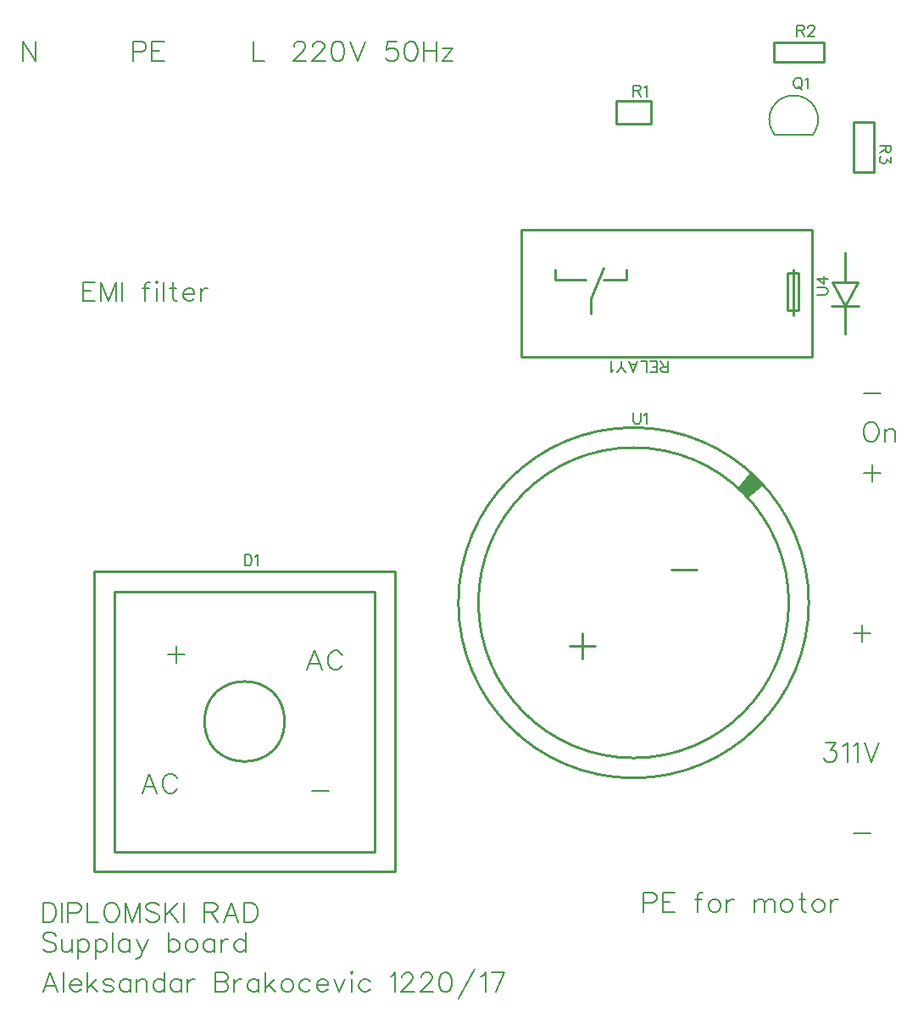
<source format=gto>
G04 Layer: TopSilkLayer*
G04 EasyEDA v6.4.23, 2021-09-03T20:20:49+02:00*
G04 56e5470889644eeea0650e3736ad501c,9749f264c22c4078942e6e06db5db619,10*
G04 Gerber Generator version 0.2*
G04 Scale: 100 percent, Rotated: No, Reflected: No *
G04 Dimensions in millimeters *
G04 leading zeros omitted , absolute positions ,4 integer and 5 decimal *
%FSLAX45Y45*%
%MOMM*%

%ADD10C,0.2540*%
%ADD25C,0.2032*%
%ADD26C,0.1524*%

%LPD*%
D25*
X9600006Y6294120D02*
G01*
X9766376Y6294120D01*
X9655454Y6005068D02*
G01*
X9636912Y5995923D01*
X9618370Y5977381D01*
X9609226Y5958839D01*
X9600082Y5931154D01*
X9600082Y5884926D01*
X9609226Y5857239D01*
X9618370Y5838697D01*
X9636912Y5820410D01*
X9655454Y5811012D01*
X9692284Y5811012D01*
X9710826Y5820410D01*
X9729368Y5838697D01*
X9738512Y5857239D01*
X9747656Y5884926D01*
X9747656Y5931154D01*
X9738512Y5958839D01*
X9729368Y5977381D01*
X9710826Y5995923D01*
X9692284Y6005068D01*
X9655454Y6005068D01*
X9808616Y5940297D02*
G01*
X9808616Y5811012D01*
X9808616Y5903468D02*
G01*
X9836556Y5931154D01*
X9854844Y5940297D01*
X9882530Y5940297D01*
X9901072Y5931154D01*
X9910216Y5903468D01*
X9910216Y5811012D01*
X9683064Y5577331D02*
G01*
X9683064Y5410962D01*
X9600006Y5494273D02*
G01*
X9766376Y5494273D01*
X9583064Y3977332D02*
G01*
X9583064Y3810962D01*
X9500006Y3894274D02*
G01*
X9666376Y3894274D01*
X9500108Y1894255D02*
G01*
X9666224Y1894255D01*
X9218523Y2804998D02*
G01*
X9320123Y2804998D01*
X9264751Y2731084D01*
X9292437Y2731084D01*
X9310725Y2721940D01*
X9320123Y2712796D01*
X9329267Y2684856D01*
X9329267Y2666568D01*
X9320123Y2638882D01*
X9301581Y2620340D01*
X9273895Y2611196D01*
X9246209Y2611196D01*
X9218523Y2620340D01*
X9209125Y2629484D01*
X9199981Y2648026D01*
X9390227Y2768168D02*
G01*
X9408769Y2777312D01*
X9436455Y2804998D01*
X9436455Y2611196D01*
X9497415Y2768168D02*
G01*
X9515957Y2777312D01*
X9543643Y2804998D01*
X9543643Y2611196D01*
X9604603Y2804998D02*
G01*
X9678517Y2611196D01*
X9752431Y2804998D02*
G01*
X9678517Y2611196D01*
X1199895Y9805162D02*
G01*
X1199895Y9611105D01*
X1199895Y9805162D02*
G01*
X1329436Y9611105D01*
X1329436Y9805162D02*
G01*
X1329436Y9611105D01*
X2299970Y9805162D02*
G01*
X2299970Y9611105D01*
X2299970Y9805162D02*
G01*
X2383027Y9805162D01*
X2410713Y9795763D01*
X2420111Y9786620D01*
X2429256Y9768078D01*
X2429256Y9740392D01*
X2420111Y9721850D01*
X2410713Y9712705D01*
X2383027Y9703562D01*
X2299970Y9703562D01*
X2490215Y9805162D02*
G01*
X2490215Y9611105D01*
X2490215Y9805162D02*
G01*
X2610358Y9805162D01*
X2490215Y9712705D02*
G01*
X2564129Y9712705D01*
X2490215Y9611105D02*
G01*
X2610358Y9611105D01*
X3499967Y9805162D02*
G01*
X3499967Y9611105D01*
X3499967Y9611105D02*
G01*
X3610711Y9611105D01*
X3909212Y9758934D02*
G01*
X3909212Y9768078D01*
X3918356Y9786620D01*
X3927754Y9795763D01*
X3946296Y9805162D01*
X3983126Y9805162D01*
X4001668Y9795763D01*
X4010812Y9786620D01*
X4019956Y9768078D01*
X4019956Y9749536D01*
X4010812Y9731247D01*
X3992270Y9703562D01*
X3900068Y9611105D01*
X4029354Y9611105D01*
X4099458Y9758934D02*
G01*
X4099458Y9768078D01*
X4108856Y9786620D01*
X4118000Y9795763D01*
X4136542Y9805162D01*
X4173372Y9805162D01*
X4191914Y9795763D01*
X4201058Y9786620D01*
X4210456Y9768078D01*
X4210456Y9749536D01*
X4201058Y9731247D01*
X4182516Y9703562D01*
X4090314Y9611105D01*
X4219600Y9611105D01*
X4335932Y9805162D02*
G01*
X4308246Y9795763D01*
X4289704Y9768078D01*
X4280560Y9721850D01*
X4280560Y9694163D01*
X4289704Y9647936D01*
X4308246Y9620250D01*
X4335932Y9611105D01*
X4354474Y9611105D01*
X4382160Y9620250D01*
X4400702Y9647936D01*
X4409846Y9694163D01*
X4409846Y9721850D01*
X4400702Y9768078D01*
X4382160Y9795763D01*
X4354474Y9805162D01*
X4335932Y9805162D01*
X4470806Y9805162D02*
G01*
X4544720Y9611105D01*
X4618634Y9805162D02*
G01*
X4544720Y9611105D01*
X4932578Y9805162D02*
G01*
X4840376Y9805162D01*
X4830978Y9721850D01*
X4840376Y9731247D01*
X4868062Y9740392D01*
X4895748Y9740392D01*
X4923434Y9731247D01*
X4941976Y9712705D01*
X4951120Y9685020D01*
X4951120Y9666478D01*
X4941976Y9638792D01*
X4923434Y9620250D01*
X4895748Y9611105D01*
X4868062Y9611105D01*
X4840376Y9620250D01*
X4830978Y9629647D01*
X4821834Y9647936D01*
X5067452Y9805162D02*
G01*
X5039766Y9795763D01*
X5021224Y9768078D01*
X5012080Y9721850D01*
X5012080Y9694163D01*
X5021224Y9647936D01*
X5039766Y9620250D01*
X5067452Y9611105D01*
X5085994Y9611105D01*
X5113680Y9620250D01*
X5132222Y9647936D01*
X5141366Y9694163D01*
X5141366Y9721850D01*
X5132222Y9768078D01*
X5113680Y9795763D01*
X5085994Y9805162D01*
X5067452Y9805162D01*
X5202326Y9805162D02*
G01*
X5202326Y9611105D01*
X5331612Y9805162D02*
G01*
X5331612Y9611105D01*
X5202326Y9712705D02*
G01*
X5331612Y9712705D01*
X5494172Y9740392D02*
G01*
X5392572Y9611105D01*
X5392572Y9740392D02*
G01*
X5494172Y9740392D01*
X5392572Y9611105D02*
G01*
X5494172Y9611105D01*
X1529334Y877315D02*
G01*
X1510792Y895857D01*
X1483105Y905002D01*
X1446276Y905002D01*
X1418589Y895857D01*
X1400047Y877315D01*
X1400047Y858773D01*
X1409192Y840486D01*
X1418589Y831087D01*
X1436878Y821944D01*
X1492250Y803402D01*
X1510792Y794257D01*
X1520189Y784860D01*
X1529334Y766571D01*
X1529334Y738886D01*
X1510792Y720344D01*
X1483105Y711200D01*
X1446276Y711200D01*
X1418589Y720344D01*
X1400047Y738886D01*
X1590294Y840486D02*
G01*
X1590294Y748029D01*
X1599437Y720344D01*
X1617979Y711200D01*
X1645665Y711200D01*
X1664207Y720344D01*
X1691894Y748029D01*
X1691894Y840486D02*
G01*
X1691894Y711200D01*
X1752854Y840486D02*
G01*
X1752854Y646429D01*
X1752854Y812800D02*
G01*
X1771395Y831087D01*
X1789684Y840486D01*
X1817370Y840486D01*
X1835912Y831087D01*
X1854454Y812800D01*
X1863597Y784860D01*
X1863597Y766571D01*
X1854454Y738886D01*
X1835912Y720344D01*
X1817370Y711200D01*
X1789684Y711200D01*
X1771395Y720344D01*
X1752854Y738886D01*
X1924557Y840486D02*
G01*
X1924557Y646429D01*
X1924557Y812800D02*
G01*
X1943100Y831087D01*
X1961641Y840486D01*
X1989327Y840486D01*
X2007870Y831087D01*
X2026158Y812800D01*
X2035556Y784860D01*
X2035556Y766571D01*
X2026158Y738886D01*
X2007870Y720344D01*
X1989327Y711200D01*
X1961641Y711200D01*
X1943100Y720344D01*
X1924557Y738886D01*
X2096515Y905002D02*
G01*
X2096515Y711200D01*
X2268220Y840486D02*
G01*
X2268220Y711200D01*
X2268220Y812800D02*
G01*
X2249677Y831087D01*
X2231390Y840486D01*
X2203450Y840486D01*
X2185161Y831087D01*
X2166620Y812800D01*
X2157475Y784860D01*
X2157475Y766571D01*
X2166620Y738886D01*
X2185161Y720344D01*
X2203450Y711200D01*
X2231390Y711200D01*
X2249677Y720344D01*
X2268220Y738886D01*
X2338324Y840486D02*
G01*
X2393950Y711200D01*
X2449322Y840486D02*
G01*
X2393950Y711200D01*
X2375408Y674115D01*
X2356865Y655573D01*
X2338324Y646429D01*
X2329179Y646429D01*
X2652522Y905002D02*
G01*
X2652522Y711200D01*
X2652522Y812800D02*
G01*
X2670809Y831087D01*
X2689352Y840486D01*
X2717038Y840486D01*
X2735579Y831087D01*
X2754122Y812800D01*
X2763265Y784860D01*
X2763265Y766571D01*
X2754122Y738886D01*
X2735579Y720344D01*
X2717038Y711200D01*
X2689352Y711200D01*
X2670809Y720344D01*
X2652522Y738886D01*
X2870454Y840486D02*
G01*
X2851911Y831087D01*
X2833370Y812800D01*
X2824225Y784860D01*
X2824225Y766571D01*
X2833370Y738886D01*
X2851911Y720344D01*
X2870454Y711200D01*
X2898140Y711200D01*
X2916681Y720344D01*
X2934970Y738886D01*
X2944368Y766571D01*
X2944368Y784860D01*
X2934970Y812800D01*
X2916681Y831087D01*
X2898140Y840486D01*
X2870454Y840486D01*
X3116072Y840486D02*
G01*
X3116072Y711200D01*
X3116072Y812800D02*
G01*
X3097529Y831087D01*
X3079241Y840486D01*
X3051556Y840486D01*
X3033013Y831087D01*
X3014472Y812800D01*
X3005327Y784860D01*
X3005327Y766571D01*
X3014472Y738886D01*
X3033013Y720344D01*
X3051556Y711200D01*
X3079241Y711200D01*
X3097529Y720344D01*
X3116072Y738886D01*
X3177031Y840486D02*
G01*
X3177031Y711200D01*
X3177031Y784860D02*
G01*
X3186429Y812800D01*
X3204718Y831087D01*
X3223259Y840486D01*
X3250945Y840486D01*
X3422650Y905002D02*
G01*
X3422650Y711200D01*
X3422650Y812800D02*
G01*
X3404361Y831087D01*
X3385820Y840486D01*
X3358134Y840486D01*
X3339591Y831087D01*
X3321050Y812800D01*
X3311906Y784860D01*
X3311906Y766571D01*
X3321050Y738886D01*
X3339591Y720344D01*
X3358134Y711200D01*
X3385820Y711200D01*
X3404361Y720344D01*
X3422650Y738886D01*
X1400047Y1204976D02*
G01*
X1400047Y1011173D01*
X1400047Y1204976D02*
G01*
X1464563Y1204976D01*
X1492250Y1195831D01*
X1510792Y1177289D01*
X1520189Y1158747D01*
X1529334Y1131062D01*
X1529334Y1085087D01*
X1520189Y1057147D01*
X1510792Y1038860D01*
X1492250Y1020318D01*
X1464563Y1011173D01*
X1400047Y1011173D01*
X1590294Y1204976D02*
G01*
X1590294Y1011173D01*
X1651254Y1204976D02*
G01*
X1651254Y1011173D01*
X1651254Y1204976D02*
G01*
X1734312Y1204976D01*
X1761997Y1195831D01*
X1771395Y1186687D01*
X1780539Y1168145D01*
X1780539Y1140460D01*
X1771395Y1121918D01*
X1761997Y1112773D01*
X1734312Y1103376D01*
X1651254Y1103376D01*
X1841500Y1204976D02*
G01*
X1841500Y1011173D01*
X1841500Y1011173D02*
G01*
X1952243Y1011173D01*
X2068829Y1204976D02*
G01*
X2050288Y1195831D01*
X2031745Y1177289D01*
X2022602Y1158747D01*
X2013204Y1131062D01*
X2013204Y1085087D01*
X2022602Y1057147D01*
X2031745Y1038860D01*
X2050288Y1020318D01*
X2068829Y1011173D01*
X2105659Y1011173D01*
X2124202Y1020318D01*
X2142490Y1038860D01*
X2151888Y1057147D01*
X2161031Y1085087D01*
X2161031Y1131062D01*
X2151888Y1158747D01*
X2142490Y1177289D01*
X2124202Y1195831D01*
X2105659Y1204976D01*
X2068829Y1204976D01*
X2221991Y1204976D02*
G01*
X2221991Y1011173D01*
X2221991Y1204976D02*
G01*
X2295906Y1011173D01*
X2369820Y1204976D02*
G01*
X2295906Y1011173D01*
X2369820Y1204976D02*
G01*
X2369820Y1011173D01*
X2560065Y1177289D02*
G01*
X2541524Y1195831D01*
X2513838Y1204976D01*
X2477008Y1204976D01*
X2449322Y1195831D01*
X2430779Y1177289D01*
X2430779Y1158747D01*
X2439924Y1140460D01*
X2449322Y1131062D01*
X2467609Y1121918D01*
X2523236Y1103376D01*
X2541524Y1094231D01*
X2550922Y1085087D01*
X2560065Y1066545D01*
X2560065Y1038860D01*
X2541524Y1020318D01*
X2513838Y1011173D01*
X2477008Y1011173D01*
X2449322Y1020318D01*
X2430779Y1038860D01*
X2621025Y1204976D02*
G01*
X2621025Y1011173D01*
X2750311Y1204976D02*
G01*
X2621025Y1075689D01*
X2667254Y1121918D02*
G01*
X2750311Y1011173D01*
X2811272Y1204976D02*
G01*
X2811272Y1011173D01*
X3014472Y1204976D02*
G01*
X3014472Y1011173D01*
X3014472Y1204976D02*
G01*
X3097529Y1204976D01*
X3125470Y1195831D01*
X3134613Y1186687D01*
X3143758Y1168145D01*
X3143758Y1149604D01*
X3134613Y1131062D01*
X3125470Y1121918D01*
X3097529Y1112773D01*
X3014472Y1112773D01*
X3079241Y1112773D02*
G01*
X3143758Y1011173D01*
X3278631Y1204976D02*
G01*
X3204718Y1011173D01*
X3278631Y1204976D02*
G01*
X3352545Y1011173D01*
X3232404Y1075689D02*
G01*
X3324859Y1075689D01*
X3413506Y1204976D02*
G01*
X3413506Y1011173D01*
X3413506Y1204976D02*
G01*
X3478275Y1204976D01*
X3505961Y1195831D01*
X3524250Y1177289D01*
X3533647Y1158747D01*
X3542791Y1131062D01*
X3542791Y1085087D01*
X3533647Y1057147D01*
X3524250Y1038860D01*
X3505961Y1020318D01*
X3478275Y1011173D01*
X3413506Y1011173D01*
X1473962Y504952D02*
G01*
X1400047Y311150D01*
X1473962Y504952D02*
G01*
X1547876Y311150D01*
X1427734Y375665D02*
G01*
X1520189Y375665D01*
X1608836Y504952D02*
G01*
X1608836Y311150D01*
X1669795Y385063D02*
G01*
X1780539Y385063D01*
X1780539Y403352D01*
X1771395Y421894D01*
X1761997Y431037D01*
X1743710Y440436D01*
X1715770Y440436D01*
X1697481Y431037D01*
X1678939Y412750D01*
X1669795Y385063D01*
X1669795Y366521D01*
X1678939Y338836D01*
X1697481Y320294D01*
X1715770Y311150D01*
X1743710Y311150D01*
X1761997Y320294D01*
X1780539Y338836D01*
X1841500Y504952D02*
G01*
X1841500Y311150D01*
X1933956Y440436D02*
G01*
X1841500Y347979D01*
X1878329Y385063D02*
G01*
X1943100Y311150D01*
X2105659Y412750D02*
G01*
X2096515Y431037D01*
X2068829Y440436D01*
X2040890Y440436D01*
X2013204Y431037D01*
X2004059Y412750D01*
X2013204Y394207D01*
X2031745Y385063D01*
X2077974Y375665D01*
X2096515Y366521D01*
X2105659Y347979D01*
X2105659Y338836D01*
X2096515Y320294D01*
X2068829Y311150D01*
X2040890Y311150D01*
X2013204Y320294D01*
X2004059Y338836D01*
X2277363Y440436D02*
G01*
X2277363Y311150D01*
X2277363Y412750D02*
G01*
X2259075Y431037D01*
X2240534Y440436D01*
X2212847Y440436D01*
X2194306Y431037D01*
X2175763Y412750D01*
X2166620Y385063D01*
X2166620Y366521D01*
X2175763Y338836D01*
X2194306Y320294D01*
X2212847Y311150D01*
X2240534Y311150D01*
X2259075Y320294D01*
X2277363Y338836D01*
X2338324Y440436D02*
G01*
X2338324Y311150D01*
X2338324Y403352D02*
G01*
X2366009Y431037D01*
X2384552Y440436D01*
X2412238Y440436D01*
X2430779Y431037D01*
X2439924Y403352D01*
X2439924Y311150D01*
X2611881Y504952D02*
G01*
X2611881Y311150D01*
X2611881Y412750D02*
G01*
X2593340Y431037D01*
X2574797Y440436D01*
X2547111Y440436D01*
X2528570Y431037D01*
X2510281Y412750D01*
X2500884Y385063D01*
X2500884Y366521D01*
X2510281Y338836D01*
X2528570Y320294D01*
X2547111Y311150D01*
X2574797Y311150D01*
X2593340Y320294D01*
X2611881Y338836D01*
X2783586Y440436D02*
G01*
X2783586Y311150D01*
X2783586Y412750D02*
G01*
X2765043Y431037D01*
X2746756Y440436D01*
X2719070Y440436D01*
X2700527Y431037D01*
X2681986Y412750D01*
X2672841Y385063D01*
X2672841Y366521D01*
X2681986Y338836D01*
X2700527Y320294D01*
X2719070Y311150D01*
X2746756Y311150D01*
X2765043Y320294D01*
X2783586Y338836D01*
X2844545Y440436D02*
G01*
X2844545Y311150D01*
X2844545Y385063D02*
G01*
X2853690Y412750D01*
X2872231Y431037D01*
X2890774Y440436D01*
X2918459Y440436D01*
X3121659Y504952D02*
G01*
X3121659Y311150D01*
X3121659Y504952D02*
G01*
X3204718Y504952D01*
X3232404Y495807D01*
X3241802Y486663D01*
X3250945Y468121D01*
X3250945Y449579D01*
X3241802Y431037D01*
X3232404Y421894D01*
X3204718Y412750D01*
X3121659Y412750D02*
G01*
X3204718Y412750D01*
X3232404Y403352D01*
X3241802Y394207D01*
X3250945Y375665D01*
X3250945Y347979D01*
X3241802Y329437D01*
X3232404Y320294D01*
X3204718Y311150D01*
X3121659Y311150D01*
X3311906Y440436D02*
G01*
X3311906Y311150D01*
X3311906Y385063D02*
G01*
X3321050Y412750D01*
X3339591Y431037D01*
X3358134Y440436D01*
X3385820Y440436D01*
X3557524Y440436D02*
G01*
X3557524Y311150D01*
X3557524Y412750D02*
G01*
X3539236Y431037D01*
X3520693Y440436D01*
X3493008Y440436D01*
X3474465Y431037D01*
X3455924Y412750D01*
X3446779Y385063D01*
X3446779Y366521D01*
X3455924Y338836D01*
X3474465Y320294D01*
X3493008Y311150D01*
X3520693Y311150D01*
X3539236Y320294D01*
X3557524Y338836D01*
X3618484Y504952D02*
G01*
X3618484Y311150D01*
X3710940Y440436D02*
G01*
X3618484Y347979D01*
X3655568Y385063D02*
G01*
X3720084Y311150D01*
X3827272Y440436D02*
G01*
X3808729Y431037D01*
X3790441Y412750D01*
X3781043Y385063D01*
X3781043Y366521D01*
X3790441Y338836D01*
X3808729Y320294D01*
X3827272Y311150D01*
X3854958Y311150D01*
X3873500Y320294D01*
X3892041Y338836D01*
X3901186Y366521D01*
X3901186Y385063D01*
X3892041Y412750D01*
X3873500Y431037D01*
X3854958Y440436D01*
X3827272Y440436D01*
X4072890Y412750D02*
G01*
X4054602Y431037D01*
X4036059Y440436D01*
X4008374Y440436D01*
X3989831Y431037D01*
X3971290Y412750D01*
X3962145Y385063D01*
X3962145Y366521D01*
X3971290Y338836D01*
X3989831Y320294D01*
X4008374Y311150D01*
X4036059Y311150D01*
X4054602Y320294D01*
X4072890Y338836D01*
X4133850Y385063D02*
G01*
X4244847Y385063D01*
X4244847Y403352D01*
X4235450Y421894D01*
X4226306Y431037D01*
X4207763Y440436D01*
X4180077Y440436D01*
X4161790Y431037D01*
X4143247Y412750D01*
X4133850Y385063D01*
X4133850Y366521D01*
X4143247Y338836D01*
X4161790Y320294D01*
X4180077Y311150D01*
X4207763Y311150D01*
X4226306Y320294D01*
X4244847Y338836D01*
X4305808Y440436D02*
G01*
X4361179Y311150D01*
X4416552Y440436D02*
G01*
X4361179Y311150D01*
X4477511Y504952D02*
G01*
X4486909Y495807D01*
X4496054Y504952D01*
X4486909Y514350D01*
X4477511Y504952D01*
X4486909Y440436D02*
G01*
X4486909Y311150D01*
X4667758Y412750D02*
G01*
X4649470Y431037D01*
X4630927Y440436D01*
X4603241Y440436D01*
X4584700Y431037D01*
X4566158Y412750D01*
X4557013Y385063D01*
X4557013Y366521D01*
X4566158Y338836D01*
X4584700Y320294D01*
X4603241Y311150D01*
X4630927Y311150D01*
X4649470Y320294D01*
X4667758Y338836D01*
X4870958Y468121D02*
G01*
X4889500Y477265D01*
X4917186Y504952D01*
X4917186Y311150D01*
X4987290Y458978D02*
G01*
X4987290Y468121D01*
X4996688Y486663D01*
X5005831Y495807D01*
X5024374Y504952D01*
X5061204Y504952D01*
X5079745Y495807D01*
X5088890Y486663D01*
X5098288Y468121D01*
X5098288Y449579D01*
X5088890Y431037D01*
X5070602Y403352D01*
X4978145Y311150D01*
X5107431Y311150D01*
X5177790Y458978D02*
G01*
X5177790Y468121D01*
X5186934Y486663D01*
X5196077Y495807D01*
X5214620Y504952D01*
X5251450Y504952D01*
X5269991Y495807D01*
X5279390Y486663D01*
X5288534Y468121D01*
X5288534Y449579D01*
X5279390Y431037D01*
X5260847Y403352D01*
X5168391Y311150D01*
X5297677Y311150D01*
X5414009Y504952D02*
G01*
X5386324Y495807D01*
X5368036Y468121D01*
X5358638Y421894D01*
X5358638Y394207D01*
X5368036Y347979D01*
X5386324Y320294D01*
X5414009Y311150D01*
X5432552Y311150D01*
X5460238Y320294D01*
X5478779Y347979D01*
X5487924Y394207D01*
X5487924Y421894D01*
X5478779Y468121D01*
X5460238Y495807D01*
X5432552Y504952D01*
X5414009Y504952D01*
X5715254Y542036D02*
G01*
X5548884Y246379D01*
X5776213Y468121D02*
G01*
X5794756Y477265D01*
X5822441Y504952D01*
X5822441Y311150D01*
X6012688Y504952D02*
G01*
X5920231Y311150D01*
X5883402Y504952D02*
G01*
X6012688Y504952D01*
X7400036Y1305052D02*
G01*
X7400036Y1110995D01*
X7400036Y1305052D02*
G01*
X7483093Y1305052D01*
X7510779Y1295907D01*
X7520177Y1286510D01*
X7529322Y1268221D01*
X7529322Y1240281D01*
X7520177Y1221994D01*
X7510779Y1212595D01*
X7483093Y1203452D01*
X7400036Y1203452D01*
X7590281Y1305052D02*
G01*
X7590281Y1110995D01*
X7590281Y1305052D02*
G01*
X7710424Y1305052D01*
X7590281Y1212595D02*
G01*
X7664195Y1212595D01*
X7590281Y1110995D02*
G01*
X7710424Y1110995D01*
X7987538Y1305052D02*
G01*
X7968995Y1305052D01*
X7950454Y1295907D01*
X7941309Y1268221D01*
X7941309Y1110995D01*
X7913624Y1240281D02*
G01*
X7978140Y1240281D01*
X8094472Y1240281D02*
G01*
X8076184Y1231137D01*
X8057641Y1212595D01*
X8048497Y1184910D01*
X8048497Y1166621D01*
X8057641Y1138681D01*
X8076184Y1120394D01*
X8094472Y1110995D01*
X8122158Y1110995D01*
X8140700Y1120394D01*
X8159241Y1138681D01*
X8168386Y1166621D01*
X8168386Y1184910D01*
X8159241Y1212595D01*
X8140700Y1231137D01*
X8122158Y1240281D01*
X8094472Y1240281D01*
X8229345Y1240281D02*
G01*
X8229345Y1110995D01*
X8229345Y1184910D02*
G01*
X8238743Y1212595D01*
X8257031Y1231137D01*
X8275574Y1240281D01*
X8303259Y1240281D01*
X8506459Y1240281D02*
G01*
X8506459Y1110995D01*
X8506459Y1203452D02*
G01*
X8534145Y1231137D01*
X8552688Y1240281D01*
X8580374Y1240281D01*
X8598915Y1231137D01*
X8608059Y1203452D01*
X8608059Y1110995D01*
X8608059Y1203452D02*
G01*
X8635745Y1231137D01*
X8654288Y1240281D01*
X8681974Y1240281D01*
X8700515Y1231137D01*
X8709659Y1203452D01*
X8709659Y1110995D01*
X8816847Y1240281D02*
G01*
X8798306Y1231137D01*
X8780018Y1212595D01*
X8770620Y1184910D01*
X8770620Y1166621D01*
X8780018Y1138681D01*
X8798306Y1120394D01*
X8816847Y1110995D01*
X8844534Y1110995D01*
X8863075Y1120394D01*
X8881618Y1138681D01*
X8890761Y1166621D01*
X8890761Y1184910D01*
X8881618Y1212595D01*
X8863075Y1231137D01*
X8844534Y1240281D01*
X8816847Y1240281D01*
X8979408Y1305052D02*
G01*
X8979408Y1148079D01*
X8988552Y1120394D01*
X9007093Y1110995D01*
X9025636Y1110995D01*
X8951722Y1240281D02*
G01*
X9016238Y1240281D01*
X9132824Y1240281D02*
G01*
X9114281Y1231137D01*
X9095740Y1212595D01*
X9086595Y1184910D01*
X9086595Y1166621D01*
X9095740Y1138681D01*
X9114281Y1120394D01*
X9132824Y1110995D01*
X9160509Y1110995D01*
X9178797Y1120394D01*
X9197340Y1138681D01*
X9206738Y1166621D01*
X9206738Y1184910D01*
X9197340Y1212595D01*
X9178797Y1231137D01*
X9160509Y1240281D01*
X9132824Y1240281D01*
X9267697Y1240281D02*
G01*
X9267697Y1110995D01*
X9267697Y1184910D02*
G01*
X9276841Y1212595D01*
X9295384Y1231137D01*
X9313672Y1240281D01*
X9341358Y1240281D01*
X1799945Y7404938D02*
G01*
X1799945Y7211136D01*
X1799945Y7404938D02*
G01*
X1920087Y7404938D01*
X1799945Y7312736D02*
G01*
X1873859Y7312736D01*
X1799945Y7211136D02*
G01*
X1920087Y7211136D01*
X1981047Y7404938D02*
G01*
X1981047Y7211136D01*
X1981047Y7404938D02*
G01*
X2054961Y7211136D01*
X2128875Y7404938D02*
G01*
X2054961Y7211136D01*
X2128875Y7404938D02*
G01*
X2128875Y7211136D01*
X2189835Y7404938D02*
G01*
X2189835Y7211136D01*
X2466949Y7404938D02*
G01*
X2448407Y7404938D01*
X2429865Y7395794D01*
X2420721Y7368108D01*
X2420721Y7211136D01*
X2393035Y7340422D02*
G01*
X2457551Y7340422D01*
X2527909Y7404938D02*
G01*
X2537053Y7395794D01*
X2546197Y7404938D01*
X2537053Y7414336D01*
X2527909Y7404938D01*
X2537053Y7340422D02*
G01*
X2537053Y7211136D01*
X2607157Y7404938D02*
G01*
X2607157Y7211136D01*
X2695803Y7404938D02*
G01*
X2695803Y7247966D01*
X2705201Y7220280D01*
X2723743Y7211136D01*
X2742031Y7211136D01*
X2668117Y7340422D02*
G01*
X2732887Y7340422D01*
X2802991Y7285050D02*
G01*
X2913989Y7285050D01*
X2913989Y7303338D01*
X2904591Y7321880D01*
X2895447Y7331278D01*
X2876905Y7340422D01*
X2849219Y7340422D01*
X2830677Y7331278D01*
X2812389Y7312736D01*
X2802991Y7285050D01*
X2802991Y7266508D01*
X2812389Y7238822D01*
X2830677Y7220280D01*
X2849219Y7211136D01*
X2876905Y7211136D01*
X2895447Y7220280D01*
X2913989Y7238822D01*
X2974949Y7340422D02*
G01*
X2974949Y7211136D01*
X2974949Y7285050D02*
G01*
X2984093Y7312736D01*
X3002635Y7331278D01*
X3020923Y7340422D01*
X3048863Y7340422D01*
D26*
X3414087Y4679355D02*
G01*
X3414087Y4570135D01*
X3414087Y4679355D02*
G01*
X3450409Y4679355D01*
X3466157Y4674275D01*
X3476571Y4663861D01*
X3481651Y4653447D01*
X3486985Y4637699D01*
X3486985Y4611791D01*
X3481651Y4596297D01*
X3476571Y4585883D01*
X3466157Y4575469D01*
X3450409Y4570135D01*
X3414087Y4570135D01*
X3521275Y4658527D02*
G01*
X3531435Y4663861D01*
X3547183Y4679355D01*
X3547183Y4570135D01*
D25*
X4114408Y3722842D02*
G01*
X4040494Y3528278D01*
X4114408Y3722842D02*
G01*
X4188322Y3528278D01*
X4067926Y3593302D02*
G01*
X4160636Y3593302D01*
X4387966Y3676614D02*
G01*
X4378568Y3694902D01*
X4359772Y3713698D01*
X4341738Y3722842D01*
X4304654Y3722842D01*
X4286366Y3713698D01*
X4267824Y3694902D01*
X4258172Y3676614D01*
X4249028Y3648674D01*
X4249028Y3602700D01*
X4258172Y3575014D01*
X4267824Y3556472D01*
X4286366Y3537930D01*
X4304654Y3528278D01*
X4341738Y3528278D01*
X4359772Y3537930D01*
X4378568Y3556472D01*
X4387966Y3575014D01*
X2464412Y2492844D02*
G01*
X2390498Y2298280D01*
X2464412Y2492844D02*
G01*
X2538326Y2298280D01*
X2417930Y2363304D02*
G01*
X2510640Y2363304D01*
X2737970Y2446616D02*
G01*
X2728572Y2464904D01*
X2709776Y2483700D01*
X2691742Y2492844D01*
X2654658Y2492844D01*
X2636370Y2483700D01*
X2617828Y2464904D01*
X2608176Y2446616D01*
X2599032Y2418676D01*
X2599032Y2372702D01*
X2608176Y2345016D01*
X2617828Y2326474D01*
X2636370Y2307932D01*
X2654658Y2298280D01*
X2691742Y2298280D01*
X2709776Y2307932D01*
X2728572Y2326474D01*
X2737970Y2345016D01*
X2733809Y3765156D02*
G01*
X2733809Y3599040D01*
X2650751Y3682098D02*
G01*
X2817121Y3682098D01*
X4090748Y2322101D02*
G01*
X4257118Y2322101D01*
D26*
X7300000Y6093315D02*
G01*
X7300000Y6015337D01*
X7305080Y5999843D01*
X7315494Y5989429D01*
X7331242Y5984349D01*
X7341656Y5984349D01*
X7357150Y5989429D01*
X7367564Y5999843D01*
X7372644Y6015337D01*
X7372644Y6093315D01*
X7406934Y6072487D02*
G01*
X7417348Y6077821D01*
X7433096Y6093315D01*
X7433096Y5984349D01*
X7300084Y9367646D02*
G01*
X7300084Y9258680D01*
X7300084Y9367646D02*
G01*
X7346820Y9367646D01*
X7362314Y9362567D01*
X7367648Y9357233D01*
X7372728Y9347072D01*
X7372728Y9336659D01*
X7367648Y9326245D01*
X7362314Y9320911D01*
X7346820Y9315830D01*
X7300084Y9315830D01*
X7336406Y9315830D02*
G01*
X7372728Y9258680D01*
X7407018Y9347072D02*
G01*
X7417432Y9352153D01*
X7432926Y9367646D01*
X7432926Y9258680D01*
X7642588Y6505630D02*
G01*
X7642588Y6614596D01*
X7642588Y6505630D02*
G01*
X7595852Y6505630D01*
X7580358Y6510710D01*
X7575024Y6516044D01*
X7569944Y6526458D01*
X7569944Y6536872D01*
X7575024Y6547032D01*
X7580358Y6552366D01*
X7595852Y6557446D01*
X7642588Y6557446D01*
X7606266Y6557446D02*
G01*
X7569944Y6614596D01*
X7535654Y6505630D02*
G01*
X7535654Y6614596D01*
X7535654Y6505630D02*
G01*
X7468090Y6505630D01*
X7535654Y6557446D02*
G01*
X7493998Y6557446D01*
X7535654Y6614596D02*
G01*
X7468090Y6614596D01*
X7433800Y6505630D02*
G01*
X7433800Y6614596D01*
X7433800Y6614596D02*
G01*
X7371316Y6614596D01*
X7295624Y6505630D02*
G01*
X7337026Y6614596D01*
X7295624Y6505630D02*
G01*
X7253968Y6614596D01*
X7321532Y6578274D02*
G01*
X7269462Y6578274D01*
X7219678Y6505630D02*
G01*
X7178022Y6557446D01*
X7178022Y6614596D01*
X7136620Y6505630D02*
G01*
X7178022Y6557446D01*
X7102330Y6526458D02*
G01*
X7091916Y6521124D01*
X7076168Y6505630D01*
X7076168Y6614596D01*
X9132277Y7274557D02*
G01*
X9210255Y7274557D01*
X9225749Y7279891D01*
X9236163Y7290305D01*
X9241243Y7305799D01*
X9241243Y7316213D01*
X9236163Y7331707D01*
X9225749Y7342121D01*
X9210255Y7347455D01*
X9132277Y7347455D01*
X9132277Y7433561D02*
G01*
X9204921Y7381745D01*
X9204921Y7459469D01*
X9132277Y7433561D02*
G01*
X9241243Y7433561D01*
X8931198Y9445497D02*
G01*
X8920784Y9440418D01*
X8910370Y9430004D01*
X8905290Y9419589D01*
X8899956Y9404095D01*
X8899956Y9377934D01*
X8905290Y9362439D01*
X8910370Y9352026D01*
X8920784Y9341612D01*
X8931198Y9336531D01*
X8952026Y9336531D01*
X8962440Y9341612D01*
X8972854Y9352026D01*
X8977934Y9362439D01*
X8983014Y9377934D01*
X8983014Y9404095D01*
X8977934Y9419589D01*
X8972854Y9430004D01*
X8962440Y9440418D01*
X8952026Y9445497D01*
X8931198Y9445497D01*
X8946692Y9357105D02*
G01*
X8977934Y9326118D01*
X9017304Y9424670D02*
G01*
X9027718Y9430004D01*
X9043466Y9445497D01*
X9043466Y9336531D01*
X8931909Y9967721D02*
G01*
X8931909Y9858755D01*
X8931909Y9967721D02*
G01*
X8978645Y9967721D01*
X8994140Y9962642D01*
X8999220Y9957308D01*
X9004554Y9946894D01*
X9004554Y9936479D01*
X8999220Y9926065D01*
X8994140Y9920986D01*
X8978645Y9915905D01*
X8931909Y9915905D01*
X8968231Y9915905D02*
G01*
X9004554Y9858755D01*
X9043924Y9941813D02*
G01*
X9043924Y9946894D01*
X9049258Y9957308D01*
X9054338Y9962642D01*
X9064752Y9967721D01*
X9085579Y9967721D01*
X9095993Y9962642D01*
X9101074Y9957308D01*
X9106408Y9946894D01*
X9106408Y9936479D01*
X9101074Y9926065D01*
X9090659Y9910571D01*
X9038843Y9858755D01*
X9111488Y9858755D01*
X9867648Y8768217D02*
G01*
X9758682Y8768217D01*
X9867648Y8768217D02*
G01*
X9867648Y8721481D01*
X9862568Y8705733D01*
X9857234Y8700653D01*
X9847074Y8695573D01*
X9836660Y8695573D01*
X9826246Y8700653D01*
X9820912Y8705733D01*
X9815832Y8721481D01*
X9815832Y8768217D01*
X9815832Y8731895D02*
G01*
X9758682Y8695573D01*
X9867648Y8650869D02*
G01*
X9867648Y8593719D01*
X9826246Y8624707D01*
X9826246Y8609213D01*
X9820912Y8598799D01*
X9815832Y8593719D01*
X9800084Y8588385D01*
X9789924Y8588385D01*
X9774176Y8593719D01*
X9763762Y8604133D01*
X9758682Y8619627D01*
X9758682Y8635121D01*
X9763762Y8650869D01*
X9769096Y8655949D01*
X9779510Y8661283D01*
G36*
X8468410Y5495391D02*
G01*
X8341410Y5342991D01*
X8443010Y5241391D01*
X8595410Y5368391D01*
G37*
D10*
X4914122Y4514623D02*
G01*
X1914128Y4514623D01*
X4914122Y1514629D02*
G01*
X4914122Y4514623D01*
X1914128Y1514629D02*
G01*
X4914122Y1514629D01*
X1914128Y4514623D02*
G01*
X1914128Y1514629D01*
X4714123Y4314624D02*
G01*
X2114128Y4314624D01*
X2114128Y1714629D01*
X4714123Y1714629D01*
X4714123Y4314624D01*
X6792000Y3895199D02*
G01*
X6792000Y3641199D01*
X6665000Y3768199D02*
G01*
X6919000Y3768199D01*
X7681000Y4530199D02*
G01*
X7935000Y4530199D01*
X7124999Y9215000D02*
G01*
X7475001Y9215000D01*
X7475001Y9215000D02*
G01*
X7475001Y8984998D01*
X7124999Y9215000D02*
G01*
X7124999Y8984998D01*
X7475001Y8984998D01*
X6182603Y7925729D02*
G01*
X6182603Y6655729D01*
X6183289Y7925729D02*
G01*
X9083283Y7925729D01*
X9083283Y6655729D02*
G01*
X9083283Y7925729D01*
X9082598Y6655729D02*
G01*
X9035531Y6655729D01*
X8571727Y6655729D01*
X6182603Y6655729D01*
X7230099Y7528600D02*
G01*
X7230099Y7427000D01*
X7001499Y7427000D01*
X6518899Y7528600D02*
G01*
X6518899Y7427000D01*
X6658599Y7427000D01*
X6823699Y7427000D01*
X8947520Y7123267D02*
G01*
X8837513Y7123267D01*
X8837513Y7493243D01*
X8947520Y7493243D01*
X8947520Y7123267D01*
X8893799Y7071400D02*
G01*
X8893799Y7528600D01*
X6870946Y7084100D02*
G01*
X6870946Y7236246D01*
X7001499Y7541300D01*
X9412701Y7699491D02*
G01*
X9412701Y7401600D01*
X9279351Y7160300D02*
G01*
X9546051Y7160300D01*
X9412701Y7160300D02*
G01*
X9412701Y6883694D01*
X9535670Y7402870D02*
G01*
X9412701Y7160300D01*
X9285701Y7401600D02*
G01*
X9412701Y7160300D01*
X9285701Y7401600D02*
G01*
X9535670Y7402870D01*
D25*
X8712039Y8872999D02*
G01*
X9087959Y8872999D01*
D10*
X8700000Y9800000D02*
G01*
X9199999Y9800000D01*
X9199999Y9600001D01*
X8700000Y9600001D01*
X8700000Y9800000D01*
X9700000Y8999999D02*
G01*
X9700000Y8500000D01*
X9500001Y8500000D01*
X9500001Y8999999D01*
X9700000Y8999999D01*
D25*
G75*
G01*
X8900000Y9266700D02*
G03*
X8689873Y8904084I-6197J-238598D01*
G75*
G01*
X9110127Y8904084D02*
G03*
X8900000Y9266700I-206381J122597D01*
G75*
G01*
X8689873Y8904084D02*
G03*
X8710640Y8873696I210131J121310D01*
G75*
G01*
X9088562Y8872705D02*
G03*
X9110127Y8904084I-188567J152688D01*
D10*
G75*
G01
X3814115Y3014624D02*
G03X3814115Y3014624I-399999J0D01*
G75*
G01
X9050020Y4199992D02*
G03X9050020Y4199992I-1750009J0D01*
G75*
G01
X8850020Y4199992D02*
G03X8850020Y4199992I-1550010J0D01*
M02*

</source>
